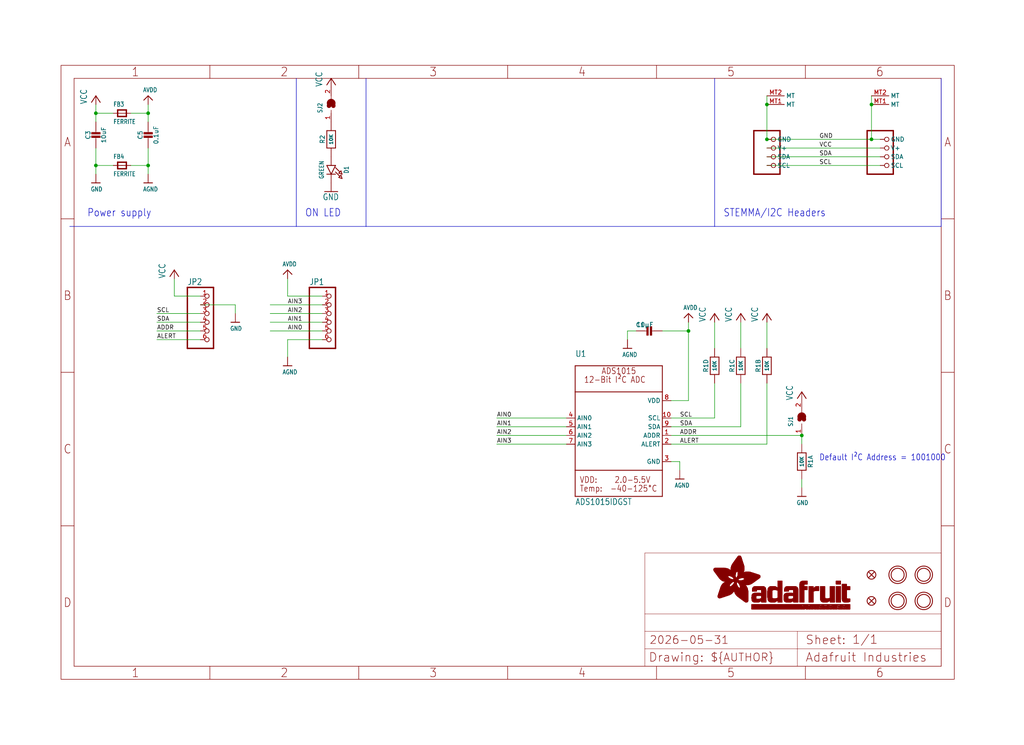
<source format=kicad_sch>
(kicad_sch (version 20230121) (generator eeschema)
  (paper "User" 298.45 217.322)
  (lib_symbols
    (symbol "working-eagle-import:ADC_ADS1015"
      (property "Reference" "U" (at -12.7 20.32 0))
      (symbol "ADC_ADS1015_1_0"
        (text "-40-125°C" (at -2.54 -19.05 0) (effects (font (size 1.778 1.5113)) (justify left bottom)))
        (text "12-Bit I²C ADC" (at -10.16 12.7 0) (effects (font (size 1.778 1.5113)) (justify left bottom)))
        (text "2.0-5.5V" (at -1.27 -16.51 0) (effects (font (size 1.778 1.5113)) (justify left bottom)))
        (text "ADS1015" (at -5.08 15.24 0) (effects (font (size 1.778 1.5113)) (justify left bottom)))
        (text "Temp:" (at -11.43 -19.05 0) (effects (font (size 1.778 1.5113)) (justify left bottom)))
        (text "VDD:" (at -11.43 -16.51 0) (effects (font (size 1.778 1.5113)) (justify left bottom)))
        (pin bidirectional line (at 15.24 -2.54 180) (length 2.54) (name "ADDR") (number "1"))
        (pin bidirectional line (at 15.24 2.54 180) (length 2.54) (name "SCL") (number "10"))
        (pin bidirectional line (at 15.24 -5.08 180) (length 2.54) (name "ALERT") (number "2"))
        (pin bidirectional line (at 15.24 -10.16 180) (length 2.54) (name "GND") (number "3"))
        (pin bidirectional line (at -15.24 2.54 0) (length 2.54) (name "AIN0") (number "4"))
        (pin bidirectional line (at -15.24 0 0) (length 2.54) (name "AIN1") (number "5"))
        (pin bidirectional line (at -15.24 -2.54 0) (length 2.54) (name "AIN2") (number "6"))
        (pin bidirectional line (at -15.24 -5.08 0) (length 2.54) (name "AIN3") (number "7"))
        (pin bidirectional line (at 15.24 7.62 180) (length 2.54) (name "VDD") (number "8"))
        (pin bidirectional line (at 15.24 0 180) (length 2.54) (name "SDA") (number "9"))
      )
    )
    (symbol "working-eagle-import:AGND" (power)
      (property "Value" "AGND" (at -1.524 -2.54 0))
      (symbol "AGND_1_0"
        (pin power_in line (at 0 2.54 270) (length 2.54) (name "AGND") (number "1"))
      )
    )
    (symbol "working-eagle-import:AVDD" (power)
      (property "Value" "AVDD" (at -1.524 1.016 0))
      (symbol "AVDD_1_0"
        (pin power_in line (at 0 -2.54 90) (length 2.54) (name "AVDD") (number "1"))
      )
    )
    (symbol "working-eagle-import:CAP_CERAMIC0603_NO"
      (property "Reference" "C" (at -2.29 1.25 90))
      (symbol "CAP_CERAMIC0603_NO_1_0"
        (pin passive line (at 0 5.08 270) (length 2.54) (name "1") (number "1"))
        (pin passive line (at 0 -2.54 90) (length 2.54) (name "2") (number "2"))
      )
    )
    (symbol "working-eagle-import:CAP_CERAMIC0805-NOOUTLINE"
      (property "Reference" "C" (at -2.29 1.25 90))
      (symbol "CAP_CERAMIC0805-NOOUTLINE_1_0"
        (pin passive line (at 0 5.08 270) (length 2.54) (name "1") (number "1"))
        (pin passive line (at 0 -2.54 90) (length 2.54) (name "2") (number "2"))
      )
    )
    (symbol "working-eagle-import:FERRITE-0603NO"
      (property "Reference" "FB" (at -1.27 1.905 0))
      (symbol "FERRITE-0603NO_1_0"
        (pin passive line (at -2.54 0 0) (length 2.54) (name "P$1") (number "1"))
        (pin passive line (at 2.54 0 180) (length 2.54) (name "P$2") (number "2"))
      )
    )
    (symbol "working-eagle-import:FIDUCIAL_1MM")
    (symbol "working-eagle-import:FRAME_A4_ADAFRUIT"
      (symbol "FRAME_A4_ADAFRUIT_1_0"
        (text "${#}/${##}" (at 230.505 10.16 0) (effects (font (size 2.54 2.54)) (justify left bottom)))
        (text "${AUTHOR}" (at 189.23 5.08 0) (effects (font (size 2.286 2.286)) (justify left bottom)))
        (text "${CURRENT_DATE}" (at 171.45 10.16 0) (effects (font (size 2.286 2.286)) (justify left bottom)))
        (text "${PROJECTNAME}" (at 171.45 15.24 0) (effects (font (size 2.54 2.54)) (justify left bottom)))
        (text "1" (at 21.6958 1.905 0) (effects (font (size 2.54 2.286))))
        (text "1" (at 21.6958 177.165 0) (effects (font (size 2.54 2.286))))
        (text "2" (at 65.0875 1.905 0) (effects (font (size 2.54 2.286))))
        (text "2" (at 65.0875 177.165 0) (effects (font (size 2.54 2.286))))
        (text "3" (at 108.4792 1.905 0) (effects (font (size 2.54 2.286))))
        (text "3" (at 108.4792 177.165 0) (effects (font (size 2.54 2.286))))
        (text "4" (at 151.8708 1.905 0) (effects (font (size 2.54 2.286))))
        (text "4" (at 151.8708 177.165 0) (effects (font (size 2.54 2.286))))
        (text "5" (at 195.2625 1.905 0) (effects (font (size 2.54 2.286))))
        (text "5" (at 195.2625 177.165 0) (effects (font (size 2.54 2.286))))
        (text "6" (at 238.6542 1.905 0) (effects (font (size 2.54 2.286))))
        (text "6" (at 238.6542 177.165 0) (effects (font (size 2.54 2.286))))
        (text "A" (at 1.905 156.6863 0) (effects (font (size 2.54 2.286))))
        (text "A" (at 258.445 156.6863 0) (effects (font (size 2.54 2.286))))
        (text "Adafruit Industries" (at 216.916 4.953 0) (effects (font (size 2.54 2.54)) (justify left bottom)))
        (text "B" (at 1.905 111.9188 0) (effects (font (size 2.54 2.286))))
        (text "B" (at 258.445 111.9188 0) (effects (font (size 2.54 2.286))))
        (text "C" (at 1.905 67.1513 0) (effects (font (size 2.54 2.286))))
        (text "C" (at 258.445 67.1513 0) (effects (font (size 2.54 2.286))))
        (text "D" (at 1.905 22.3838 0) (effects (font (size 2.54 2.286))))
        (text "D" (at 258.445 22.3838 0) (effects (font (size 2.54 2.286))))
        (text "Drawing:" (at 171.196 4.953 0) (effects (font (size 2.54 2.54)) (justify left bottom)))
        (text "Sheet:" (at 216.916 10.033 0) (effects (font (size 2.54 2.54)) (justify left bottom)))
      )
    )
    (symbol "working-eagle-import:GND" (power)
      (property "Value" "GND" (at -1.524 -2.54 0))
      (symbol "GND_1_0"
        (pin power_in line (at 0 2.54 270) (length 2.54) (name "GND") (number "1"))
      )
    )
    (symbol "working-eagle-import:HEADER-1X670MIL"
      (property "Reference" "JP" (at -6.35 10.795 0))
      (symbol "HEADER-1X670MIL_1_0"
        (pin passive inverted (at -2.54 7.62 0) (length 2.54) (name "1") (number "1"))
        (pin passive inverted (at -2.54 5.08 0) (length 2.54) (name "2") (number "2"))
        (pin passive inverted (at -2.54 2.54 0) (length 2.54) (name "3") (number "3"))
        (pin passive inverted (at -2.54 0 0) (length 2.54) (name "4") (number "4"))
        (pin passive inverted (at -2.54 -2.54 0) (length 2.54) (name "5") (number "5"))
        (pin passive inverted (at -2.54 -5.08 0) (length 2.54) (name "6") (number "6"))
      )
    )
    (symbol "working-eagle-import:LED0603_NOOUTLINE"
      (property "Reference" "D" (at -1.27 4.445 0))
      (symbol "LED0603_NOOUTLINE_1_0"
        (pin passive line (at -5.08 0 0) (length 2.54) (name "A") (number "A"))
        (pin passive line (at 2.54 0 180) (length 2.54) (name "C") (number "C"))
      )
    )
    (symbol "working-eagle-import:MOUNTINGHOLE2.5")
    (symbol "working-eagle-import:RESISTOR_0603_NOOUT"
      (property "Reference" "R" (at 0 2.54 0))
      (symbol "RESISTOR_0603_NOOUT_1_0"
        (pin passive line (at -5.08 0 0) (length 2.54) (name "1") (number "1"))
        (pin passive line (at 5.08 0 180) (length 2.54) (name "2") (number "2"))
      )
    )
    (symbol "working-eagle-import:RESISTOR_4PACK"
      (property "Reference" "R" (at 0 2.54 0))
      (symbol "RESISTOR_4PACK_1_0"
        (pin passive line (at -5.08 0 0) (length 2.54) (name "1") (number "1"))
        (pin passive line (at 5.08 0 180) (length 2.54) (name "2") (number "8"))
      )
      (symbol "RESISTOR_4PACK_2_0"
        (pin passive line (at -5.08 0 0) (length 2.54) (name "1") (number "2"))
        (pin passive line (at 5.08 0 180) (length 2.54) (name "2") (number "7"))
      )
      (symbol "RESISTOR_4PACK_3_0"
        (pin passive line (at -5.08 0 0) (length 2.54) (name "1") (number "3"))
        (pin passive line (at 5.08 0 180) (length 2.54) (name "2") (number "6"))
      )
      (symbol "RESISTOR_4PACK_4_0"
        (pin passive line (at -5.08 0 0) (length 2.54) (name "1") (number "4"))
        (pin passive line (at 5.08 0 180) (length 2.54) (name "2") (number "5"))
      )
    )
    (symbol "working-eagle-import:SOLDERJUMPER"
      (property "Reference" "SJ" (at -2.54 2.54 0))
      (symbol "SOLDERJUMPER_1_0"
        (pin passive line (at -5.08 0 0) (length 2.54) (name "1") (number "1"))
        (pin passive line (at 5.08 0 180) (length 2.54) (name "2") (number "2"))
      )
    )
    (symbol "working-eagle-import:SOLDERJUMPERCLOSED"
      (property "Reference" "SJ" (at -2.54 2.54 0))
      (symbol "SOLDERJUMPERCLOSED_1_0"
        (pin passive line (at -5.08 0 0) (length 2.54) (name "1") (number "1"))
        (pin passive line (at 5.08 0 180) (length 2.54) (name "2") (number "2"))
      )
    )
    (symbol "working-eagle-import:STEMMA_I2C_QT"
      (symbol "STEMMA_I2C_QT_1_0"
        (pin passive inverted (at 0 5.08 0) (length 2.54) (name "GND") (number "1"))
        (pin passive inverted (at 0 2.54 0) (length 2.54) (name "V+") (number "2"))
        (pin passive inverted (at 0 0 0) (length 2.54) (name "SDA") (number "3"))
        (pin passive inverted (at 0 -2.54 0) (length 2.54) (name "SCL") (number "4"))
      )
      (symbol "STEMMA_I2C_QT_2_0"
        (pin bidirectional line (at 0 0 0) (length 5.08) (name "MT") (number "MT1"))
      )
      (symbol "STEMMA_I2C_QT_3_0"
        (pin bidirectional line (at 0 0 0) (length 5.08) (name "MT") (number "MT2"))
      )
    )
    (symbol "working-eagle-import:VCC" (power)
      (property "Value" "VCC" (at -2.54 -2.54 90))
      (symbol "VCC_1_0"
        (pin power_in line (at 0 -2.54 90) (length 2.54) (name "VCC") (number "1"))
      )
    )
    (symbol "working-eagle-import:supply1_GND" (power)
      (property "Value" "supply1_GND" (at -2.54 -2.54 0))
      (symbol "supply1_GND_1_0"
        (pin power_in line (at 0 2.54 270) (length 2.54) (name "GND") (number "1"))
      )
    )
  )
  (junction (at 27.94 33.02))
  (junction (at 27.94 48.26))
  (junction (at 233.68 127))
  (junction (at 200.66 96.52))
  (junction (at 43.18 48.26))
  (junction (at 223.52 30.48))
  (junction (at 223.52 40.64))
  (junction (at 254 30.48))
  (junction (at 254 40.64))
  (junction (at 43.18 33.02))
  (wire (pts (xy 78.74 93.98) (xy 93.98 93.98)) (stroke (width 0.1524)))
  (wire (pts (xy 58.42 99.06) (xy 45.72 99.06)) (stroke (width 0.1524)))
  (wire (pts (xy 27.94 48.26) (xy 33.02 48.26)) (stroke (width 0.1524)))
  (wire (pts (xy 58.42 86.36) (xy 50.8 86.36)) (stroke (width 0.1524)))
  (wire (pts (xy 58.42 93.98) (xy 45.72 93.98)) (stroke (width 0.1524)))
  (wire (pts (xy 233.68 139.7) (xy 233.68 142.24)) (stroke (width 0.1524)))
  (wire (pts (xy 38.1 48.26) (xy 43.18 48.26)) (stroke (width 0.1524)))
  (wire (pts (xy 254 40.64) (xy 223.52 40.64)) (stroke (width 0.1524)))
  (wire (pts (xy 223.52 27.94) (xy 223.52 30.48)) (stroke (width 0.1524)))
  (wire (pts (xy 78.74 96.52) (xy 93.98 96.52)) (stroke (width 0.1524)))
  (wire (pts (xy 43.18 43.18) (xy 43.18 48.26)) (stroke (width 0.1524)))
  (wire (pts (xy 165.1 129.54) (xy 144.78 129.54)) (stroke (width 0.1524)))
  (wire (pts (xy 165.1 124.46) (xy 144.78 124.46)) (stroke (width 0.1524)))
  (wire (pts (xy 58.42 91.44) (xy 45.72 91.44)) (stroke (width 0.1524)))
  (wire (pts (xy 93.98 86.36) (xy 83.82 86.36)) (stroke (width 0.1524)))
  (wire (pts (xy 27.94 33.02) (xy 27.94 35.56)) (stroke (width 0.1524)))
  (wire (pts (xy 233.68 127) (xy 233.68 129.54)) (stroke (width 0.1524)))
  (wire (pts (xy 254 30.48) (xy 254 40.64)) (stroke (width 0.1524)))
  (wire (pts (xy 38.1 33.02) (xy 43.18 33.02)) (stroke (width 0.1524)))
  (wire (pts (xy 208.28 101.6) (xy 208.28 93.98)) (stroke (width 0.1524)))
  (polyline (pts (xy 208.28 22.86) (xy 208.28 66.04)) (stroke (width 0.1524) (type solid)))
  (wire (pts (xy 200.66 116.84) (xy 200.66 96.52)) (stroke (width 0.1524)))
  (wire (pts (xy 215.9 124.46) (xy 215.9 111.76)) (stroke (width 0.1524)))
  (polyline (pts (xy 106.68 66.04) (xy 208.28 66.04)) (stroke (width 0.1524) (type solid)))
  (wire (pts (xy 83.82 86.36) (xy 83.82 81.28)) (stroke (width 0.1524)))
  (polyline (pts (xy 106.68 22.86) (xy 106.68 66.04)) (stroke (width 0.1524) (type solid)))
  (wire (pts (xy 144.78 121.92) (xy 165.1 121.92)) (stroke (width 0.1524)))
  (wire (pts (xy 165.1 127) (xy 144.78 127)) (stroke (width 0.1524)))
  (wire (pts (xy 223.52 30.48) (xy 223.52 40.64)) (stroke (width 0.1524)))
  (wire (pts (xy 195.58 124.46) (xy 215.9 124.46)) (stroke (width 0.1524)))
  (wire (pts (xy 43.18 48.26) (xy 43.18 50.8)) (stroke (width 0.1524)))
  (wire (pts (xy 58.42 96.52) (xy 45.72 96.52)) (stroke (width 0.1524)))
  (wire (pts (xy 200.66 96.52) (xy 200.66 93.98)) (stroke (width 0.1524)))
  (wire (pts (xy 50.8 86.36) (xy 50.8 81.28)) (stroke (width 0.1524)))
  (wire (pts (xy 27.94 33.02) (xy 33.02 33.02)) (stroke (width 0.1524)))
  (polyline (pts (xy 86.36 66.04) (xy 106.68 66.04)) (stroke (width 0.1524) (type solid)))
  (wire (pts (xy 68.58 88.9) (xy 68.58 91.44)) (stroke (width 0.1524)))
  (polyline (pts (xy 208.28 66.04) (xy 274.32 66.04)) (stroke (width 0.1524) (type solid)))
  (wire (pts (xy 78.74 91.44) (xy 93.98 91.44)) (stroke (width 0.1524)))
  (wire (pts (xy 195.58 116.84) (xy 200.66 116.84)) (stroke (width 0.1524)))
  (wire (pts (xy 27.94 48.26) (xy 27.94 43.18)) (stroke (width 0.1524)))
  (wire (pts (xy 195.58 121.92) (xy 208.28 121.92)) (stroke (width 0.1524)))
  (polyline (pts (xy 86.36 22.86) (xy 86.36 66.04)) (stroke (width 0.1524) (type solid)))
  (wire (pts (xy 58.42 88.9) (xy 68.58 88.9)) (stroke (width 0.1524)))
  (wire (pts (xy 43.18 33.02) (xy 43.18 30.48)) (stroke (width 0.1524)))
  (wire (pts (xy 200.66 96.52) (xy 193.04 96.52)) (stroke (width 0.1524)))
  (wire (pts (xy 78.74 88.9) (xy 93.98 88.9)) (stroke (width 0.1524)))
  (wire (pts (xy 223.52 43.18) (xy 256.54 43.18)) (stroke (width 0.1524)))
  (wire (pts (xy 182.88 96.52) (xy 182.88 99.06)) (stroke (width 0.1524)))
  (wire (pts (xy 195.58 127) (xy 233.68 127)) (stroke (width 0.1524)))
  (wire (pts (xy 195.58 129.54) (xy 223.52 129.54)) (stroke (width 0.1524)))
  (wire (pts (xy 256.54 45.72) (xy 223.52 45.72)) (stroke (width 0.1524)))
  (wire (pts (xy 195.58 134.62) (xy 198.12 134.62)) (stroke (width 0.1524)))
  (wire (pts (xy 208.28 121.92) (xy 208.28 111.76)) (stroke (width 0.1524)))
  (wire (pts (xy 198.12 134.62) (xy 198.12 137.16)) (stroke (width 0.1524)))
  (wire (pts (xy 254 27.94) (xy 254 30.48)) (stroke (width 0.1524)))
  (wire (pts (xy 43.18 33.02) (xy 43.18 35.56)) (stroke (width 0.1524)))
  (wire (pts (xy 27.94 50.8) (xy 27.94 48.26)) (stroke (width 0.1524)))
  (wire (pts (xy 223.52 101.6) (xy 223.52 93.98)) (stroke (width 0.1524)))
  (polyline (pts (xy 274.32 22.86) (xy 274.32 66.04)) (stroke (width 0.1524) (type solid)))
  (wire (pts (xy 215.9 101.6) (xy 215.9 93.98)) (stroke (width 0.1524)))
  (wire (pts (xy 27.94 30.48) (xy 27.94 33.02)) (stroke (width 0.1524)))
  (wire (pts (xy 223.52 48.26) (xy 256.54 48.26)) (stroke (width 0.1524)))
  (wire (pts (xy 93.98 99.06) (xy 83.82 99.06)) (stroke (width 0.1524)))
  (wire (pts (xy 83.82 99.06) (xy 83.82 104.14)) (stroke (width 0.1524)))
  (wire (pts (xy 256.54 40.64) (xy 254 40.64)) (stroke (width 0.1524)))
  (polyline (pts (xy 20.32 66.04) (xy 86.36 66.04)) (stroke (width 0.1524) (type solid)))
  (wire (pts (xy 223.52 129.54) (xy 223.52 111.76)) (stroke (width 0.1524)))
  (wire (pts (xy 185.42 96.52) (xy 182.88 96.52)) (stroke (width 0.1524)))
  (text "Power supply" (at 25.4 63.5 0) (effects (font (size 2.1844 1.8567)) (justify left bottom)))
  (text "STEMMA/I2C Headers" (at 210.82 63.5 0) (effects (font (size 2.1844 1.8567)) (justify left bottom)))
  (text "ON LED" (at 88.9 63.5 0) (effects (font (size 2.1844 1.8567)) (justify left bottom)))
  (text "Default I²C Address = 1001000" (at 238.76 134.62 0) (effects (font (size 1.778 1.5113)) (justify left bottom)))
  (label "SCL" (at 45.72 91.44 0) (effects (font (size 1.2446 1.2446))))
  (label "GND" (at 238.76 40.64 0) (effects (font (size 1.2446 1.2446))))
  (label "AIN1" (at 144.78 124.46 0) (effects (font (size 1.2446 1.2446))))
  (label "SDA" (at 238.76 45.72 0) (effects (font (size 1.2446 1.2446))))
  (label "AIN3" (at 144.78 129.54 0) (effects (font (size 1.2446 1.2446))))
  (label "SCL" (at 198.12 121.92 0) (effects (font (size 1.2446 1.2446))))
  (label "AIN2" (at 144.78 127 0) (effects (font (size 1.2446 1.2446))))
  (label "SDA" (at 45.72 93.98 0) (effects (font (size 1.2446 1.2446))))
  (label "AIN0" (at 144.78 121.92 0) (effects (font (size 1.2446 1.2446))))
  (label "SCL" (at 238.76 48.26 0) (effects (font (size 1.2446 1.2446))))
  (label "ALERT" (at 198.12 129.54 0) (effects (font (size 1.2446 1.2446))))
  (label "AIN1" (at 83.82 93.98 0) (effects (font (size 1.2446 1.2446))))
  (label "ADDR" (at 198.12 127 0) (effects (font (size 1.2446 1.2446))))
  (label "SDA" (at 198.12 124.46 0) (effects (font (size 1.2446 1.2446))))
  (label "AIN2" (at 83.82 91.44 0) (effects (font (size 1.2446 1.2446))))
  (label "ADDR" (at 45.72 96.52 0) (effects (font (size 1.2446 1.2446))))
  (label "ALERT" (at 45.72 99.06 0) (effects (font (size 1.2446 1.2446))))
  (label "VCC" (at 238.76 43.18 0) (effects (font (size 1.2446 1.2446))))
  (label "AIN0" (at 83.82 96.52 0) (effects (font (size 1.2446 1.2446))))
  (label "AIN3" (at 83.82 88.9 0) (effects (font (size 1.2446 1.2446))))
  (symbol (lib_id "working-eagle-import:ADC_ADS1015") (at 180.34 124.46 0) (unit 1)
    (property "Reference" "U1" (at 167.64 104.14 0) (effects (font (size 1.778 1.5113)) (justify left bottom)))
    (property "Value" "ADS1015IDGST" (at 167.64 147.32 0) (effects (font (size 1.778 1.5113)) (justify left bottom)))
    (property "Footprint" "working:MSOP10" (effects hide))
  )
  (symbol (lib_id "working-eagle-import:RESISTOR_4PACK") (at 223.52 106.68 90) (unit 2)
    (property "Reference" "R1" (at 220.98 106.68 0))
    (property "Value" "10K" (at 223.52 106.68 0) (effects (font (size 1.016 1.016) bold)))
    (property "Footprint" "working:RESPACK_4X0603" (effects hide))
  )
  (symbol (lib_id "working-eagle-import:MOUNTINGHOLE2.5") (at 261.62 175.26 0) (unit 1)
    (property "Reference" "U$25" (effects hide))
    (property "Value" "MOUNTINGHOLE2.5" (effects hide))
    (property "Footprint" "working:MOUNTINGHOLE_2.5_PLATED" (effects hide))
  )
  (symbol (lib_id "working-eagle-import:CAP_CERAMIC0603_NO") (at 43.18 40.64 0) (unit 1)
    (property "Reference" "C5" (at 40.89 39.39 90))
    (property "Value" "0.1uF" (at 45.48 39.39 90))
    (property "Footprint" "working:0603-NO" (effects hide))
  )
  (symbol (lib_id "working-eagle-import:GND") (at 233.68 144.78 0) (unit 1)
    (property "Reference" "#U$6" (effects hide))
    (property "Value" "GND" (at 232.156 147.32 0) (effects (font (size 1.27 1.0795)) (justify left bottom)))
  )
  (symbol (lib_id "working-eagle-import:MOUNTINGHOLE2.5") (at 269.24 175.26 0) (unit 1)
    (property "Reference" "U$30" (effects hide))
    (property "Value" "MOUNTINGHOLE2.5" (effects hide))
    (property "Footprint" "working:MOUNTINGHOLE_2.5_PLATED" (effects hide))
  )
  (symbol (lib_id "working-eagle-import:supply1_GND") (at 96.52 55.88 0) (unit 1)
    (property "Reference" "#GND6" (effects hide))
    (property "Value" "GND" (at 93.98 58.42 0) (effects (font (size 1.778 1.5113)) (justify left bottom)))
  )
  (symbol (lib_id "working-eagle-import:AGND") (at 43.18 53.34 0) (unit 1)
    (property "Reference" "#U$19" (effects hide))
    (property "Value" "AGND" (at 41.656 55.88 0) (effects (font (size 1.27 1.0795)) (justify left bottom)))
  )
  (symbol (lib_id "working-eagle-import:STEMMA_I2C_QT") (at 223.52 27.94 0) (unit 3)
    (property "Reference" "CONN3" (effects hide))
    (property "Value" "STEMMA_I2C_QT" (effects hide))
    (property "Footprint" "working:JST_SH4" (effects hide))
  )
  (symbol (lib_id "working-eagle-import:AGND") (at 182.88 101.6 0) (unit 1)
    (property "Reference" "#U$2" (effects hide))
    (property "Value" "AGND" (at 181.356 104.14 0) (effects (font (size 1.27 1.0795)) (justify left bottom)))
  )
  (symbol (lib_id "working-eagle-import:AVDD") (at 200.66 91.44 0) (unit 1)
    (property "Reference" "#U$10" (effects hide))
    (property "Value" "AVDD" (at 199.136 90.424 0) (effects (font (size 1.27 1.0795)) (justify left bottom)))
  )
  (symbol (lib_id "working-eagle-import:FERRITE-0603NO") (at 35.56 48.26 0) (unit 1)
    (property "Reference" "FB4" (at 33.02 46.355 0) (effects (font (size 1.27 1.0795)) (justify left bottom)))
    (property "Value" "FERRITE" (at 33.02 51.435 0) (effects (font (size 1.27 1.0795)) (justify left bottom)))
    (property "Footprint" "working:0603-NO" (effects hide))
  )
  (symbol (lib_id "working-eagle-import:FRAME_A4_ADAFRUIT") (at 17.78 198.12 0) (unit 1)
    (property "Reference" "#U$28" (effects hide))
    (property "Value" "FRAME_A4_ADAFRUIT" (effects hide))
  )
  (symbol (lib_id "working-eagle-import:CAP_CERAMIC0805-NOOUTLINE") (at 27.94 40.64 0) (unit 1)
    (property "Reference" "C3" (at 25.65 39.39 90))
    (property "Value" "10uF" (at 30.24 39.39 90))
    (property "Footprint" "working:0805-NO" (effects hide))
  )
  (symbol (lib_id "working-eagle-import:AGND") (at 83.82 106.68 0) (unit 1)
    (property "Reference" "#U$12" (effects hide))
    (property "Value" "AGND" (at 82.296 109.22 0) (effects (font (size 1.27 1.0795)) (justify left bottom)))
  )
  (symbol (lib_id "working-eagle-import:VCC") (at 223.52 91.44 0) (unit 1)
    (property "Reference" "#P+6" (effects hide))
    (property "Value" "VCC" (at 220.98 93.98 90) (effects (font (size 1.778 1.5113)) (justify left bottom)))
  )
  (symbol (lib_id "working-eagle-import:VCC") (at 215.9 91.44 0) (unit 1)
    (property "Reference" "#P+2" (effects hide))
    (property "Value" "VCC" (at 213.36 93.98 90) (effects (font (size 1.778 1.5113)) (justify left bottom)))
  )
  (symbol (lib_id "working-eagle-import:STEMMA_I2C_QT") (at 256.54 45.72 0) (unit 1)
    (property "Reference" "CONN4" (effects hide))
    (property "Value" "STEMMA_I2C_QT" (effects hide))
    (property "Footprint" "working:JST_SH4" (effects hide))
  )
  (symbol (lib_id "working-eagle-import:HEADER-1X670MIL") (at 96.52 93.98 0) (unit 1)
    (property "Reference" "JP1" (at 90.17 83.185 0) (effects (font (size 1.778 1.5113)) (justify left bottom)))
    (property "Value" "HEADER-1X670MIL" (effects hide))
    (property "Footprint" "working:1X06_ROUND_70" (effects hide))
  )
  (symbol (lib_id "working-eagle-import:GND") (at 68.58 93.98 0) (unit 1)
    (property "Reference" "#U$18" (effects hide))
    (property "Value" "GND" (at 67.056 96.52 0) (effects (font (size 1.27 1.0795)) (justify left bottom)))
  )
  (symbol (lib_id "working-eagle-import:GND") (at 27.94 53.34 0) (unit 1)
    (property "Reference" "#U$7" (effects hide))
    (property "Value" "GND" (at 26.416 55.88 0) (effects (font (size 1.27 1.0795)) (justify left bottom)))
  )
  (symbol (lib_id "working-eagle-import:RESISTOR_4PACK") (at 208.28 106.68 90) (unit 4)
    (property "Reference" "R1" (at 205.74 106.68 0))
    (property "Value" "10K" (at 208.28 106.68 0) (effects (font (size 1.016 1.016) bold)))
    (property "Footprint" "working:RESPACK_4X0603" (effects hide))
  )
  (symbol (lib_id "working-eagle-import:LED0603_NOOUTLINE") (at 96.52 50.8 270) (unit 1)
    (property "Reference" "D1" (at 100.965 49.53 0) (effects (font (size 1.27 1.0795))))
    (property "Value" "GREEN" (at 93.726 49.53 0) (effects (font (size 1.27 1.0795))))
    (property "Footprint" "working:CHIPLED_0603_NOOUTLINE" (effects hide))
  )
  (symbol (lib_id "working-eagle-import:RESISTOR_4PACK") (at 215.9 106.68 90) (unit 3)
    (property "Reference" "R1" (at 213.36 106.68 0))
    (property "Value" "10K" (at 215.9 106.68 0) (effects (font (size 1.016 1.016) bold)))
    (property "Footprint" "working:RESPACK_4X0603" (effects hide))
  )
  (symbol (lib_id "working-eagle-import:STEMMA_I2C_QT") (at 254 30.48 0) (unit 2)
    (property "Reference" "CONN4" (effects hide))
    (property "Value" "STEMMA_I2C_QT" (effects hide))
    (property "Footprint" "working:JST_SH4" (effects hide))
  )
  (symbol (lib_id "working-eagle-import:MOUNTINGHOLE2.5") (at 269.24 167.64 0) (unit 1)
    (property "Reference" "U$29" (effects hide))
    (property "Value" "MOUNTINGHOLE2.5" (effects hide))
    (property "Footprint" "working:MOUNTINGHOLE_2.5_PLATED" (effects hide))
  )
  (symbol (lib_id "working-eagle-import:CAP_CERAMIC0805-NOOUTLINE") (at 190.5 96.52 90) (unit 1)
    (property "Reference" "C1" (at 187.96 93.98 90) (effects (justify left bottom)))
    (property "Value" "10µF" (at 190.5 93.98 90) (effects (justify left bottom)))
    (property "Footprint" "working:0805-NO" (effects hide))
  )
  (symbol (lib_id "working-eagle-import:VCC") (at 208.28 91.44 0) (unit 1)
    (property "Reference" "#P+1" (effects hide))
    (property "Value" "VCC" (at 205.74 93.98 90) (effects (font (size 1.778 1.5113)) (justify left bottom)))
  )
  (symbol (lib_id "working-eagle-import:STEMMA_I2C_QT") (at 223.52 45.72 0) (unit 1)
    (property "Reference" "CONN3" (effects hide))
    (property "Value" "STEMMA_I2C_QT" (effects hide))
    (property "Footprint" "working:JST_SH4" (effects hide))
  )
  (symbol (lib_id "working-eagle-import:VCC") (at 27.94 27.94 0) (unit 1)
    (property "Reference" "#P+3" (effects hide))
    (property "Value" "VCC" (at 25.4 30.48 90) (effects (font (size 1.778 1.5113)) (justify left bottom)))
  )
  (symbol (lib_id "working-eagle-import:HEADER-1X670MIL") (at 60.96 93.98 0) (unit 1)
    (property "Reference" "JP2" (at 54.61 83.185 0) (effects (font (size 1.778 1.5113)) (justify left bottom)))
    (property "Value" "HEADER-1X670MIL" (effects hide))
    (property "Footprint" "working:1X06_ROUND_70" (effects hide))
  )
  (symbol (lib_id "working-eagle-import:FIDUCIAL_1MM") (at 254 175.26 0) (unit 1)
    (property "Reference" "FID3" (effects hide))
    (property "Value" "FIDUCIAL_1MM" (effects hide))
    (property "Footprint" "working:FIDUCIAL_1MM" (effects hide))
  )
  (symbol (lib_id "working-eagle-import:VCC") (at 233.68 114.3 0) (unit 1)
    (property "Reference" "#P+7" (effects hide))
    (property "Value" "VCC" (at 231.14 116.84 90) (effects (font (size 1.778 1.5113)) (justify left bottom)))
  )
  (symbol (lib_id "working-eagle-import:STEMMA_I2C_QT") (at 254 27.94 0) (unit 3)
    (property "Reference" "CONN4" (effects hide))
    (property "Value" "STEMMA_I2C_QT" (effects hide))
    (property "Footprint" "working:JST_SH4" (effects hide))
  )
  (symbol (lib_id "working-eagle-import:AGND") (at 198.12 139.7 0) (unit 1)
    (property "Reference" "#U$5" (effects hide))
    (property "Value" "AGND" (at 196.596 142.24 0) (effects (font (size 1.27 1.0795)) (justify left bottom)))
  )
  (symbol (lib_id "working-eagle-import:MOUNTINGHOLE2.5") (at 261.62 167.64 0) (unit 1)
    (property "Reference" "U$27" (effects hide))
    (property "Value" "MOUNTINGHOLE2.5" (effects hide))
    (property "Footprint" "working:MOUNTINGHOLE_2.5_PLATED" (effects hide))
  )
  (symbol (lib_id "working-eagle-import:FERRITE-0603NO") (at 35.56 33.02 0) (unit 1)
    (property "Reference" "FB3" (at 33.02 31.115 0) (effects (font (size 1.27 1.0795)) (justify left bottom)))
    (property "Value" "FERRITE" (at 33.02 36.195 0) (effects (font (size 1.27 1.0795)) (justify left bottom)))
    (property "Footprint" "working:0603-NO" (effects hide))
  )
  (symbol (lib_id "working-eagle-import:FIDUCIAL_1MM") (at 254 167.64 0) (unit 1)
    (property "Reference" "FID4" (effects hide))
    (property "Value" "FIDUCIAL_1MM" (effects hide))
    (property "Footprint" "working:FIDUCIAL_1MM" (effects hide))
  )
  (symbol (lib_id "working-eagle-import:SOLDERJUMPER") (at 233.68 121.92 90) (unit 1)
    (property "Reference" "SJ1" (at 231.14 124.46 0) (effects (font (size 1.27 1.0795)) (justify left bottom)))
    (property "Value" "SOLDERJUMPER" (effects hide))
    (property "Footprint" "working:SOLDERJUMPER_ARROW_NOPASTE" (effects hide))
  )
  (symbol (lib_id "working-eagle-import:STEMMA_I2C_QT") (at 223.52 30.48 0) (unit 2)
    (property "Reference" "CONN3" (effects hide))
    (property "Value" "STEMMA_I2C_QT" (effects hide))
    (property "Footprint" "working:JST_SH4" (effects hide))
  )
  (symbol (lib_id "working-eagle-import:SOLDERJUMPERCLOSED") (at 96.52 30.48 90) (unit 1)
    (property "Reference" "SJ2" (at 93.98 33.02 0) (effects (font (size 1.27 1.0795)) (justify left bottom)))
    (property "Value" "SOLDERJUMPERCLOSED" (effects hide))
    (property "Footprint" "working:SOLDERJUMPER_CLOSEDWIRE" (effects hide))
  )
  (symbol (lib_id "working-eagle-import:AVDD") (at 43.18 27.94 0) (unit 1)
    (property "Reference" "#U$9" (effects hide))
    (property "Value" "AVDD" (at 41.656 26.924 0) (effects (font (size 1.27 1.0795)) (justify left bottom)))
  )
  (symbol (lib_id "working-eagle-import:AVDD") (at 83.82 78.74 0) (unit 1)
    (property "Reference" "#U$11" (effects hide))
    (property "Value" "AVDD" (at 82.296 77.724 0) (effects (font (size 1.27 1.0795)) (justify left bottom)))
  )
  (symbol (lib_id "working-eagle-import:RESISTOR_4PACK") (at 233.68 134.62 270) (unit 1)
    (property "Reference" "R1" (at 236.22 134.62 0))
    (property "Value" "10K" (at 233.68 134.62 0) (effects (font (size 1.016 1.016) bold)))
    (property "Footprint" "working:RESPACK_4X0603" (effects hide))
  )
  (symbol (lib_id "working-eagle-import:RESISTOR_0603_NOOUT") (at 96.52 40.64 90) (unit 1)
    (property "Reference" "R2" (at 93.98 40.64 0))
    (property "Value" "10K" (at 96.52 40.64 0) (effects (font (size 1.016 1.016) bold)))
    (property "Footprint" "working:0603-NO" (effects hide))
  )
  (symbol (lib_id "working-eagle-import:VCC") (at 96.52 22.86 0) (unit 1)
    (property "Reference" "#P+5" (effects hide))
    (property "Value" "VCC" (at 93.98 25.4 90) (effects (font (size 1.778 1.5113)) (justify left bottom)))
  )
  (symbol (lib_id "working-eagle-import:VCC") (at 50.8 78.74 0) (unit 1)
    (property "Reference" "#P+4" (effects hide))
    (property "Value" "VCC" (at 48.26 81.28 90) (effects (font (size 1.778 1.5113)) (justify left bottom)))
  )
)
</source>
